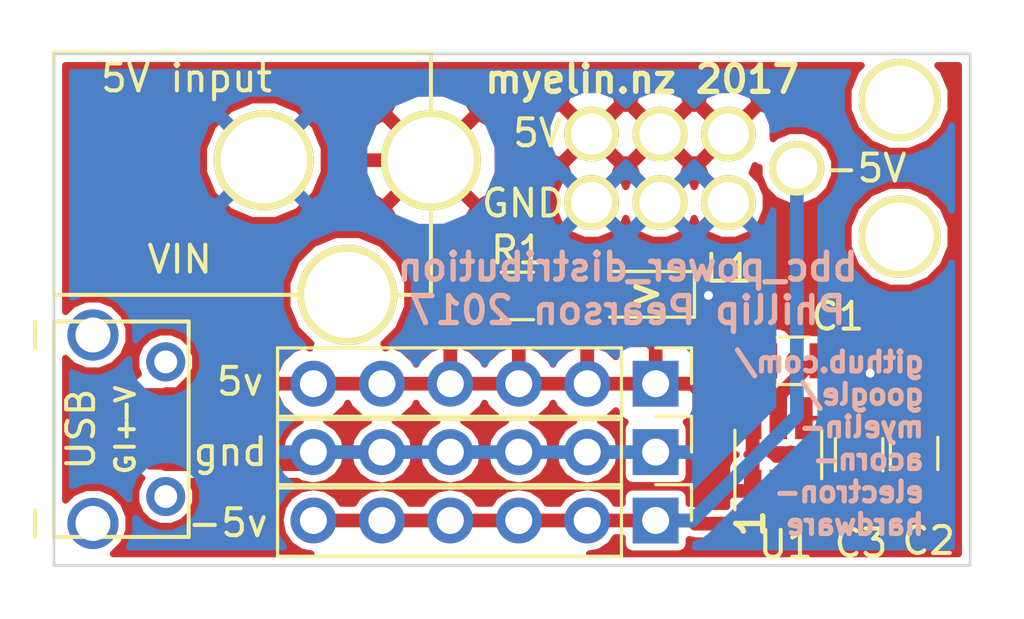
<source format=kicad_pcb>
(kicad_pcb (version 4) (host pcbnew 4.0.6)

  (general
    (links 39)
    (no_connects 0)
    (area 115.949999 85.949999 150.050001 105.050001)
    (thickness 1.6)
    (drawings 9)
    (tracks 45)
    (zones 0)
    (modules 20)
    (nets 7)
  )

  (page A4)
  (layers
    (0 F.Cu signal)
    (31 B.Cu signal)
    (32 B.Adhes user)
    (33 F.Adhes user)
    (34 B.Paste user)
    (35 F.Paste user)
    (36 B.SilkS user)
    (37 F.SilkS user)
    (38 B.Mask user)
    (39 F.Mask user)
    (40 Dwgs.User user)
    (41 Cmts.User user)
    (42 Eco1.User user)
    (43 Eco2.User user)
    (44 Edge.Cuts user)
    (45 Margin user)
    (46 B.CrtYd user)
    (47 F.CrtYd user)
    (48 B.Fab user)
    (49 F.Fab user)
  )

  (setup
    (last_trace_width 0.508)
    (user_trace_width 0.254)
    (user_trace_width 0.508)
    (user_trace_width 0.762)
    (user_trace_width 1.016)
    (user_trace_width 1.27)
    (trace_clearance 0.1778)
    (zone_clearance 0.508)
    (zone_45_only no)
    (trace_min 0.1778)
    (segment_width 0.2)
    (edge_width 0.1)
    (via_size 0.8128)
    (via_drill 0.3302)
    (via_min_size 0.8128)
    (via_min_drill 0.3302)
    (user_via 0.8128 0.3302)
    (user_via 1.016 0.635)
    (uvia_size 0.8128)
    (uvia_drill 0.3302)
    (uvias_allowed no)
    (uvia_min_size 0.8128)
    (uvia_min_drill 0.3302)
    (pcb_text_width 0.2)
    (pcb_text_size 1 1)
    (mod_edge_width 0.15)
    (mod_text_size 1 1)
    (mod_text_width 0.15)
    (pad_size 2.032 2.032)
    (pad_drill 1.016)
    (pad_to_mask_clearance 0)
    (aux_axis_origin 0 0)
    (visible_elements FFFFFFFF)
    (pcbplotparams
      (layerselection 0x010fc_80000001)
      (usegerberextensions true)
      (excludeedgelayer true)
      (linewidth 0.100000)
      (plotframeref false)
      (viasonmask false)
      (mode 1)
      (useauxorigin false)
      (hpglpennumber 1)
      (hpglpenspeed 20)
      (hpglpendiameter 15)
      (hpglpenoverlay 2)
      (psnegative false)
      (psa4output false)
      (plotreference true)
      (plotvalue true)
      (plotinvisibletext false)
      (padsonsilk false)
      (subtractmaskfromsilk false)
      (outputformat 1)
      (mirror false)
      (drillshape 0)
      (scaleselection 1)
      (outputdirectory gerbers/))
  )

  (net 0 "")
  (net 1 5V)
  (net 2 GND)
  (net 3 -5V)
  (net 4 Cfly_plus)
  (net 5 Cfly_minus)
  (net 6 power_led_anode)

  (net_class Default "This is the default net class."
    (clearance 0.1778)
    (trace_width 0.1778)
    (via_dia 0.8128)
    (via_drill 0.3302)
    (uvia_dia 0.8128)
    (uvia_drill 0.3302)
    (add_net -5V)
    (add_net 5V)
    (add_net Cfly_minus)
    (add_net Cfly_plus)
    (add_net GND)
    (add_net power_led_anode)
  )

  (module Resistors_SMD:R_0805_HandSoldering (layer F.Cu) (tedit 58E0A804) (tstamp 5A04DCDB)
    (at 143.44 97.4)
    (descr "Resistor SMD 0805, hand soldering")
    (tags "resistor 0805")
    (attr smd)
    (fp_text reference C1 (at 1.65 -1.65) (layer F.SilkS)
      (effects (font (size 1 1) (thickness 0.15)))
    )
    (fp_text value 10u (at 0 1.75) (layer F.Fab)
      (effects (font (size 1 1) (thickness 0.15)))
    )
    (fp_text user %R (at 0 0) (layer F.Fab)
      (effects (font (size 0.5 0.5) (thickness 0.075)))
    )
    (fp_line (start -1 0.62) (end -1 -0.62) (layer F.Fab) (width 0.1))
    (fp_line (start 1 0.62) (end -1 0.62) (layer F.Fab) (width 0.1))
    (fp_line (start 1 -0.62) (end 1 0.62) (layer F.Fab) (width 0.1))
    (fp_line (start -1 -0.62) (end 1 -0.62) (layer F.Fab) (width 0.1))
    (fp_line (start 0.6 0.88) (end -0.6 0.88) (layer F.SilkS) (width 0.12))
    (fp_line (start -0.6 -0.88) (end 0.6 -0.88) (layer F.SilkS) (width 0.12))
    (fp_line (start -2.35 -0.9) (end 2.35 -0.9) (layer F.CrtYd) (width 0.05))
    (fp_line (start -2.35 -0.9) (end -2.35 0.9) (layer F.CrtYd) (width 0.05))
    (fp_line (start 2.35 0.9) (end 2.35 -0.9) (layer F.CrtYd) (width 0.05))
    (fp_line (start 2.35 0.9) (end -2.35 0.9) (layer F.CrtYd) (width 0.05))
    (pad 1 smd rect (at -1.35 0) (size 1.5 1.3) (layers F.Cu F.Paste F.Mask)
      (net 1 5V))
    (pad 2 smd rect (at 1.35 0) (size 1.5 1.3) (layers F.Cu F.Paste F.Mask)
      (net 2 GND))
    (model ${KISYS3DMOD}/Resistors_SMD.3dshapes/R_0805.wrl
      (at (xyz 0 0 0))
      (scale (xyz 1 1 1))
      (rotate (xyz 0 0 0))
    )
  )

  (module Resistors_SMD:R_0805_HandSoldering (layer F.Cu) (tedit 58E0A804) (tstamp 5A04DCEC)
    (at 147.92 100.84 90)
    (descr "Resistor SMD 0805, hand soldering")
    (tags "resistor 0805")
    (attr smd)
    (fp_text reference C2 (at -3.24 0.54 180) (layer F.SilkS)
      (effects (font (size 1 1) (thickness 0.15)))
    )
    (fp_text value 10u (at 0 1.75 90) (layer F.Fab)
      (effects (font (size 1 1) (thickness 0.15)))
    )
    (fp_text user %R (at 0 0 90) (layer F.Fab)
      (effects (font (size 0.5 0.5) (thickness 0.075)))
    )
    (fp_line (start -1 0.62) (end -1 -0.62) (layer F.Fab) (width 0.1))
    (fp_line (start 1 0.62) (end -1 0.62) (layer F.Fab) (width 0.1))
    (fp_line (start 1 -0.62) (end 1 0.62) (layer F.Fab) (width 0.1))
    (fp_line (start -1 -0.62) (end 1 -0.62) (layer F.Fab) (width 0.1))
    (fp_line (start 0.6 0.88) (end -0.6 0.88) (layer F.SilkS) (width 0.12))
    (fp_line (start -0.6 -0.88) (end 0.6 -0.88) (layer F.SilkS) (width 0.12))
    (fp_line (start -2.35 -0.9) (end 2.35 -0.9) (layer F.CrtYd) (width 0.05))
    (fp_line (start -2.35 -0.9) (end -2.35 0.9) (layer F.CrtYd) (width 0.05))
    (fp_line (start 2.35 0.9) (end 2.35 -0.9) (layer F.CrtYd) (width 0.05))
    (fp_line (start 2.35 0.9) (end -2.35 0.9) (layer F.CrtYd) (width 0.05))
    (pad 1 smd rect (at -1.35 0 90) (size 1.5 1.3) (layers F.Cu F.Paste F.Mask)
      (net 3 -5V))
    (pad 2 smd rect (at 1.35 0 90) (size 1.5 1.3) (layers F.Cu F.Paste F.Mask)
      (net 2 GND))
    (model ${KISYS3DMOD}/Resistors_SMD.3dshapes/R_0805.wrl
      (at (xyz 0 0 0))
      (scale (xyz 1 1 1))
      (rotate (xyz 0 0 0))
    )
  )

  (module Resistors_SMD:R_0805_HandSoldering (layer F.Cu) (tedit 58E0A804) (tstamp 5A04DCFD)
    (at 145.88 100.89 90)
    (descr "Resistor SMD 0805, hand soldering")
    (tags "resistor 0805")
    (attr smd)
    (fp_text reference C3 (at -3.28 0.07 180) (layer F.SilkS)
      (effects (font (size 1 1) (thickness 0.15)))
    )
    (fp_text value 1u (at 0 1.75 90) (layer F.Fab)
      (effects (font (size 1 1) (thickness 0.15)))
    )
    (fp_text user %R (at 0 0 90) (layer F.Fab)
      (effects (font (size 0.5 0.5) (thickness 0.075)))
    )
    (fp_line (start -1 0.62) (end -1 -0.62) (layer F.Fab) (width 0.1))
    (fp_line (start 1 0.62) (end -1 0.62) (layer F.Fab) (width 0.1))
    (fp_line (start 1 -0.62) (end 1 0.62) (layer F.Fab) (width 0.1))
    (fp_line (start -1 -0.62) (end 1 -0.62) (layer F.Fab) (width 0.1))
    (fp_line (start 0.6 0.88) (end -0.6 0.88) (layer F.SilkS) (width 0.12))
    (fp_line (start -0.6 -0.88) (end 0.6 -0.88) (layer F.SilkS) (width 0.12))
    (fp_line (start -2.35 -0.9) (end 2.35 -0.9) (layer F.CrtYd) (width 0.05))
    (fp_line (start -2.35 -0.9) (end -2.35 0.9) (layer F.CrtYd) (width 0.05))
    (fp_line (start 2.35 0.9) (end 2.35 -0.9) (layer F.CrtYd) (width 0.05))
    (fp_line (start 2.35 0.9) (end -2.35 0.9) (layer F.CrtYd) (width 0.05))
    (pad 1 smd rect (at -1.35 0 90) (size 1.5 1.3) (layers F.Cu F.Paste F.Mask)
      (net 4 Cfly_plus))
    (pad 2 smd rect (at 1.35 0 90) (size 1.5 1.3) (layers F.Cu F.Paste F.Mask)
      (net 5 Cfly_minus))
    (model ${KISYS3DMOD}/Resistors_SMD.3dshapes/R_0805.wrl
      (at (xyz 0 0 0))
      (scale (xyz 1 1 1))
      (rotate (xyz 0 0 0))
    )
  )

  (module Diodes_SMD:D_SOD-323_HandSoldering (layer F.Cu) (tedit 58641869) (tstamp 5A04DD15)
    (at 137.87 94.93 180)
    (descr SOD-323)
    (tags SOD-323)
    (attr smd)
    (fp_text reference L1 (at -3.17 0.96 180) (layer F.SilkS)
      (effects (font (size 1 1) (thickness 0.15)))
    )
    (fp_text value led (at 0.1 1.9 180) (layer F.Fab)
      (effects (font (size 1 1) (thickness 0.15)))
    )
    (fp_text user %R (at 0 -1.85 180) (layer F.Fab)
      (effects (font (size 1 1) (thickness 0.15)))
    )
    (fp_line (start -1.9 -0.85) (end -1.9 0.85) (layer F.SilkS) (width 0.12))
    (fp_line (start 0.2 0) (end 0.45 0) (layer F.Fab) (width 0.1))
    (fp_line (start 0.2 0.35) (end -0.3 0) (layer F.Fab) (width 0.1))
    (fp_line (start 0.2 -0.35) (end 0.2 0.35) (layer F.Fab) (width 0.1))
    (fp_line (start -0.3 0) (end 0.2 -0.35) (layer F.Fab) (width 0.1))
    (fp_line (start -0.3 0) (end -0.5 0) (layer F.Fab) (width 0.1))
    (fp_line (start -0.3 -0.35) (end -0.3 0.35) (layer F.Fab) (width 0.1))
    (fp_line (start -0.9 0.7) (end -0.9 -0.7) (layer F.Fab) (width 0.1))
    (fp_line (start 0.9 0.7) (end -0.9 0.7) (layer F.Fab) (width 0.1))
    (fp_line (start 0.9 -0.7) (end 0.9 0.7) (layer F.Fab) (width 0.1))
    (fp_line (start -0.9 -0.7) (end 0.9 -0.7) (layer F.Fab) (width 0.1))
    (fp_line (start -2 -0.95) (end 2 -0.95) (layer F.CrtYd) (width 0.05))
    (fp_line (start 2 -0.95) (end 2 0.95) (layer F.CrtYd) (width 0.05))
    (fp_line (start -2 0.95) (end 2 0.95) (layer F.CrtYd) (width 0.05))
    (fp_line (start -2 -0.95) (end -2 0.95) (layer F.CrtYd) (width 0.05))
    (fp_line (start -1.9 0.85) (end 1.25 0.85) (layer F.SilkS) (width 0.12))
    (fp_line (start -1.9 -0.85) (end 1.25 -0.85) (layer F.SilkS) (width 0.12))
    (pad 1 smd rect (at -1.25 0 180) (size 1 1) (layers F.Cu F.Paste F.Mask)
      (net 2 GND))
    (pad 2 smd rect (at 1.25 0 180) (size 1 1) (layers F.Cu F.Paste F.Mask)
      (net 6 power_led_anode))
    (model ${KISYS3DMOD}/Diodes_SMD.3dshapes/D_SOD-323.wrl
      (at (xyz 0 0 0))
      (scale (xyz 1 1 1))
      (rotate (xyz 0 0 0))
    )
  )

  (module Resistors_SMD:R_0805_HandSoldering (layer F.Cu) (tedit 58E0A804) (tstamp 5A04DD26)
    (at 133.2 94.99)
    (descr "Resistor SMD 0805, hand soldering")
    (tags "resistor 0805")
    (attr smd)
    (fp_text reference R1 (at 0 -1.7) (layer F.SilkS)
      (effects (font (size 1 1) (thickness 0.15)))
    )
    (fp_text value 330R (at 0 1.75) (layer F.Fab)
      (effects (font (size 1 1) (thickness 0.15)))
    )
    (fp_text user %R (at 0 0) (layer F.Fab)
      (effects (font (size 0.5 0.5) (thickness 0.075)))
    )
    (fp_line (start -1 0.62) (end -1 -0.62) (layer F.Fab) (width 0.1))
    (fp_line (start 1 0.62) (end -1 0.62) (layer F.Fab) (width 0.1))
    (fp_line (start 1 -0.62) (end 1 0.62) (layer F.Fab) (width 0.1))
    (fp_line (start -1 -0.62) (end 1 -0.62) (layer F.Fab) (width 0.1))
    (fp_line (start 0.6 0.88) (end -0.6 0.88) (layer F.SilkS) (width 0.12))
    (fp_line (start -0.6 -0.88) (end 0.6 -0.88) (layer F.SilkS) (width 0.12))
    (fp_line (start -2.35 -0.9) (end 2.35 -0.9) (layer F.CrtYd) (width 0.05))
    (fp_line (start -2.35 -0.9) (end -2.35 0.9) (layer F.CrtYd) (width 0.05))
    (fp_line (start 2.35 0.9) (end 2.35 -0.9) (layer F.CrtYd) (width 0.05))
    (fp_line (start 2.35 0.9) (end -2.35 0.9) (layer F.CrtYd) (width 0.05))
    (pad 1 smd rect (at -1.35 0) (size 1.5 1.3) (layers F.Cu F.Paste F.Mask)
      (net 1 5V))
    (pad 2 smd rect (at 1.35 0) (size 1.5 1.3) (layers F.Cu F.Paste F.Mask)
      (net 6 power_led_anode))
    (model ${KISYS3DMOD}/Resistors_SMD.3dshapes/R_0805.wrl
      (at (xyz 0 0 0))
      (scale (xyz 1 1 1))
      (rotate (xyz 0 0 0))
    )
  )

  (module TO_SOT_Packages_SMD:SOT-23-6_Handsoldering (layer F.Cu) (tedit 58CE4E7E) (tstamp 5A04DD3C)
    (at 142.88 100.88 90)
    (descr "6-pin SOT-23 package, Handsoldering")
    (tags "SOT-23-6 Handsoldering")
    (attr smd)
    (fp_text reference U1 (at -3.34 0.28 180) (layer F.SilkS)
      (effects (font (size 1 1) (thickness 0.15)))
    )
    (fp_text value "Charge pump" (at 0 2.9 90) (layer F.Fab)
      (effects (font (size 1 1) (thickness 0.15)))
    )
    (fp_text user %R (at 0 0 180) (layer F.Fab)
      (effects (font (size 0.5 0.5) (thickness 0.075)))
    )
    (fp_line (start -0.9 1.61) (end 0.9 1.61) (layer F.SilkS) (width 0.12))
    (fp_line (start 0.9 -1.61) (end -2.05 -1.61) (layer F.SilkS) (width 0.12))
    (fp_line (start -2.4 1.8) (end -2.4 -1.8) (layer F.CrtYd) (width 0.05))
    (fp_line (start 2.4 1.8) (end -2.4 1.8) (layer F.CrtYd) (width 0.05))
    (fp_line (start 2.4 -1.8) (end 2.4 1.8) (layer F.CrtYd) (width 0.05))
    (fp_line (start -2.4 -1.8) (end 2.4 -1.8) (layer F.CrtYd) (width 0.05))
    (fp_line (start -0.9 -0.9) (end -0.25 -1.55) (layer F.Fab) (width 0.1))
    (fp_line (start 0.9 -1.55) (end -0.25 -1.55) (layer F.Fab) (width 0.1))
    (fp_line (start -0.9 -0.9) (end -0.9 1.55) (layer F.Fab) (width 0.1))
    (fp_line (start 0.9 1.55) (end -0.9 1.55) (layer F.Fab) (width 0.1))
    (fp_line (start 0.9 -1.55) (end 0.9 1.55) (layer F.Fab) (width 0.1))
    (pad 1 smd rect (at -1.35 -0.95 90) (size 1.56 0.65) (layers F.Cu F.Paste F.Mask)
      (net 1 5V))
    (pad 2 smd rect (at -1.35 0 90) (size 1.56 0.65) (layers F.Cu F.Paste F.Mask)
      (net 3 -5V))
    (pad 3 smd rect (at -1.35 0.95 90) (size 1.56 0.65) (layers F.Cu F.Paste F.Mask)
      (net 4 Cfly_plus))
    (pad 4 smd rect (at 1.35 0.95 90) (size 1.56 0.65) (layers F.Cu F.Paste F.Mask)
      (net 5 Cfly_minus))
    (pad 6 smd rect (at 1.35 -0.95 90) (size 1.56 0.65) (layers F.Cu F.Paste F.Mask)
      (net 1 5V))
    (pad 5 smd rect (at 1.35 0 90) (size 1.56 0.65) (layers F.Cu F.Paste F.Mask)
      (net 2 GND))
    (model ${KISYS3DMOD}/TO_SOT_Packages_SMD.3dshapes/SOT-23-6.wrl
      (at (xyz 0 0 0))
      (scale (xyz 1 1 1))
      (rotate (xyz 0 0 0))
    )
  )

  (module myelin-kicad:micro_usb_b_smd_molex (layer F.Cu) (tedit 5A0AA553) (tstamp 5A04DD54)
    (at 118 99.94 270)
    (descr "Molex SD-105017-001 bottom mount micro USB socket")
    (fp_text reference USB (at 0 1 270) (layer F.SilkS)
      (effects (font (size 1 1) (thickness 0.15)))
    )
    (fp_text value usb (at 7.64 -0.44 270) (layer F.SilkS) hide
      (effects (font (size 1 1) (thickness 0.15)))
    )
    (fp_line (start -4 -3) (end 4 -3) (layer F.SilkS) (width 0.15))
    (fp_line (start -4 -3) (end -4 2) (layer F.SilkS) (width 0.15))
    (fp_line (start -4 2) (end 4 2) (layer F.SilkS) (width 0.15))
    (fp_line (start 4 -3) (end 4 2) (layer F.SilkS) (width 0.15))
    (fp_line (start -4 2.7) (end -3 2.7) (layer F.SilkS) (width 0.15))
    (fp_line (start 3 2.7) (end 4 2.7) (layer F.SilkS) (width 0.15))
    (fp_text user V (at -1.3 -0.65 270) (layer F.SilkS)
      (effects (font (size 0.7 0.7) (thickness 0.15)))
    )
    (fp_text user - (at -0.65 -0.65 270) (layer F.SilkS)
      (effects (font (size 0.7 0.7) (thickness 0.15)))
    )
    (fp_text user + (at 0 -0.65 270) (layer F.SilkS)
      (effects (font (size 0.7 0.7) (thickness 0.15)))
    )
    (fp_text user I (at 0.65 -0.65 270) (layer F.SilkS)
      (effects (font (size 0.7 0.7) (thickness 0.15)))
    )
    (fp_text user G (at 1.3 -0.65 270) (layer F.SilkS)
      (effects (font (size 0.7 0.7) (thickness 0.15)))
    )
    (pad 1 smd rect (at -1.3 -2.15 270) (size 0.4 1.35) (layers F.Cu F.Paste F.Mask)
      (net 1 5V))
    (pad 2 smd rect (at -0.65 -2.15 270) (size 0.4 1.35) (layers F.Cu F.Paste F.Mask))
    (pad 3 smd rect (at 0 -2.15 270) (size 0.4 1.35) (layers F.Cu F.Paste F.Mask))
    (pad 4 smd rect (at 0.65 -2.15 270) (size 0.4 1.35) (layers F.Cu F.Paste F.Mask))
    (pad 5 smd rect (at 1.3 -2.15 270) (size 0.4 1.35) (layers F.Cu F.Paste F.Mask)
      (net 2 GND))
    (pad P0 thru_hole circle (at -2.5 -2.15 270) (size 1.45 1.45) (drill 0.85) (layers *.Cu *.Mask))
    (pad P1 thru_hole circle (at 2.5 -2.15 270) (size 1.45 1.45) (drill 0.85) (layers *.Cu *.Mask))
    (pad M0 thru_hole circle (at -3.5 0.55 270) (size 1.9 1.9) (drill 1.3) (layers *.Cu *.Mask))
    (pad M1 thru_hole circle (at 3.5 0.55 270) (size 1.9 1.9) (drill 1.3) (layers *.Cu *.Mask))
  )

  (module myelin-kicad:dc10a_barrel_jack (layer F.Cu) (tedit 5732D9FB) (tstamp 5A04DDA5)
    (at 126.89 89.95 180)
    (fp_text reference VIN (at 6.223 -3.683 360) (layer F.SilkS)
      (effects (font (size 1 1) (thickness 0.15)))
    )
    (fp_text value "5V input" (at 5.969 3.048 180) (layer F.SilkS)
      (effects (font (size 1 1) (thickness 0.15)))
    )
    (fp_line (start -3.1 -5) (end -3.1 4) (layer F.SilkS) (width 0.15))
    (fp_line (start -3.1 4) (end 10.9 4) (layer F.SilkS) (width 0.15))
    (fp_line (start 10.9 4) (end 10.9 -5) (layer F.SilkS) (width 0.15))
    (fp_line (start 10.9 -5) (end -3.1 -5) (layer F.SilkS) (width 0.15))
    (pad TIP thru_hole circle (at -3.1 0 180) (size 3.7084 3.7084) (drill 3.2) (layers *.Cu *.Mask F.SilkS)
      (net 1 5V))
    (pad SENS thru_hole circle (at 0 -5 180) (size 3.7084 3.7084) (drill 3.2) (layers *.Cu *.Mask F.SilkS))
    (pad RING thru_hole circle (at 3.1 0 180) (size 3.7084 3.7084) (drill 3.2) (layers *.Cu *.Mask F.SilkS)
      (net 2 GND))
  )

  (module myelin-kicad:pin_100_120mil (layer F.Cu) (tedit 5A0A4B2D) (tstamp 5A0A4A48)
    (at 147.38 87.71)
    (fp_text reference M1 (at 6.17 -1.25) (layer F.SilkS) hide
      (effects (font (size 1 1) (thickness 0.15)))
    )
    (fp_text value hole (at 5.93 0.76) (layer F.SilkS) hide
      (effects (font (size 1 1) (thickness 0.15)))
    )
    (pad 1 thru_hole circle (at 0 0) (size 3.048 3.048) (drill 2.54) (layers *.Cu *.Mask F.SilkS))
  )

  (module myelin-kicad:pin_100_120mil (layer F.Cu) (tedit 5A0A4B30) (tstamp 5A0A4A4D)
    (at 147.38 92.79)
    (fp_text reference M2 (at 5.72 -2.71) (layer F.SilkS) hide
      (effects (font (size 1 1) (thickness 0.15)))
    )
    (fp_text value hole (at 6.46 1.12) (layer F.SilkS) hide
      (effects (font (size 1 1) (thickness 0.15)))
    )
    (pad 1 thru_hole circle (at 0 0) (size 3.048 3.048) (drill 2.54) (layers *.Cu *.Mask F.SilkS))
  )

  (module myelin-kicad:pin_60mil (layer F.Cu) (tedit 553971BB) (tstamp 5A0A4A52)
    (at 137.22 88.98)
    (fp_text reference P1 (at 0 -2.54) (layer F.SilkS) hide
      (effects (font (size 1 1) (thickness 0.15)))
    )
    (fp_text value 5V (at -3.27 -0.04) (layer F.SilkS)
      (effects (font (size 1 1) (thickness 0.15)))
    )
    (pad 1 thru_hole circle (at -1.27 0) (size 2.032 2.032) (drill 1.524) (layers *.Cu *.Mask F.SilkS)
      (net 1 5V))
  )

  (module myelin-kicad:pin_60mil (layer F.Cu) (tedit 5A0AA502) (tstamp 5A0A4A57)
    (at 139.76 88.98)
    (fp_text reference P2 (at 0 -2.54) (layer F.SilkS) hide
      (effects (font (size 1 1) (thickness 0.15)))
    )
    (fp_text value 5V (at -1.27 -1.905) (layer F.SilkS) hide
      (effects (font (size 1 1) (thickness 0.15)))
    )
    (pad 1 thru_hole circle (at -1.27 0) (size 2.032 2.032) (drill 1.524) (layers *.Cu *.Mask F.SilkS)
      (net 1 5V))
  )

  (module myelin-kicad:pin_60mil (layer F.Cu) (tedit 5A0AA505) (tstamp 5A0A4A5C)
    (at 142.3 88.98)
    (fp_text reference P3 (at 0 -2.54) (layer F.SilkS) hide
      (effects (font (size 1 1) (thickness 0.15)))
    )
    (fp_text value 5V (at -1.27 -1.905) (layer F.SilkS) hide
      (effects (font (size 1 1) (thickness 0.15)))
    )
    (pad 1 thru_hole circle (at -1.27 0) (size 2.032 2.032) (drill 1.524) (layers *.Cu *.Mask F.SilkS)
      (net 1 5V))
  )

  (module myelin-kicad:pin_60mil (layer F.Cu) (tedit 553971BB) (tstamp 5A0A4A61)
    (at 137.22 91.52)
    (fp_text reference P4 (at 0 -2.54) (layer F.SilkS) hide
      (effects (font (size 1 1) (thickness 0.15)))
    )
    (fp_text value GND (at -3.81 0.03) (layer F.SilkS)
      (effects (font (size 1 1) (thickness 0.15)))
    )
    (pad 1 thru_hole circle (at -1.27 0) (size 2.032 2.032) (drill 1.524) (layers *.Cu *.Mask F.SilkS)
      (net 2 GND))
  )

  (module myelin-kicad:pin_60mil (layer F.Cu) (tedit 5A0AA50A) (tstamp 5A0A4A66)
    (at 139.76 91.52)
    (fp_text reference P5 (at 0 -2.54) (layer F.SilkS) hide
      (effects (font (size 1 1) (thickness 0.15)))
    )
    (fp_text value GND (at -1.26 1.85) (layer F.SilkS) hide
      (effects (font (size 1 1) (thickness 0.15)))
    )
    (pad 1 thru_hole circle (at -1.27 0) (size 2.032 2.032) (drill 1.524) (layers *.Cu *.Mask F.SilkS)
      (net 2 GND))
  )

  (module myelin-kicad:pin_60mil (layer F.Cu) (tedit 5A0AA50E) (tstamp 5A0A4A6B)
    (at 142.3 91.52)
    (fp_text reference P6 (at 0 -2.54) (layer F.SilkS) hide
      (effects (font (size 1 1) (thickness 0.15)))
    )
    (fp_text value GND (at -0.57 1.72) (layer F.SilkS) hide
      (effects (font (size 1 1) (thickness 0.15)))
    )
    (pad 1 thru_hole circle (at -1.27 0) (size 2.032 2.032) (drill 1.524) (layers *.Cu *.Mask F.SilkS)
      (net 2 GND))
  )

  (module myelin-kicad:pin_60mil (layer F.Cu) (tedit 553971BB) (tstamp 5A0A4A70)
    (at 144.84 90.25)
    (fp_text reference P7 (at 0 -2.54) (layer F.SilkS) hide
      (effects (font (size 1 1) (thickness 0.15)))
    )
    (fp_text value -5V (at 1.27 0) (layer F.SilkS)
      (effects (font (size 1 1) (thickness 0.15)))
    )
    (pad 1 thru_hole circle (at -1.27 0) (size 2.032 2.032) (drill 1.524) (layers *.Cu *.Mask F.SilkS)
      (net 3 -5V))
  )

  (module Pin_Headers:Pin_Header_Straight_1x06_Pitch2.54mm (layer F.Cu) (tedit 5A0AA52F) (tstamp 5A0A4CC9)
    (at 138.33 98.25 270)
    (descr "Through hole straight pin header, 1x06, 2.54mm pitch, single row")
    (tags "Through hole pin header THT 1x06 2.54mm single row")
    (fp_text reference EXT5V (at 10.86 -0.11 270) (layer F.SilkS) hide
      (effects (font (size 1 1) (thickness 0.15)))
    )
    (fp_text value 5v (at -0.08 15.42 360) (layer F.SilkS)
      (effects (font (size 1 1) (thickness 0.15)))
    )
    (fp_line (start -0.635 -1.27) (end 1.27 -1.27) (layer F.Fab) (width 0.1))
    (fp_line (start 1.27 -1.27) (end 1.27 13.97) (layer F.Fab) (width 0.1))
    (fp_line (start 1.27 13.97) (end -1.27 13.97) (layer F.Fab) (width 0.1))
    (fp_line (start -1.27 13.97) (end -1.27 -0.635) (layer F.Fab) (width 0.1))
    (fp_line (start -1.27 -0.635) (end -0.635 -1.27) (layer F.Fab) (width 0.1))
    (fp_line (start -1.33 14.03) (end 1.33 14.03) (layer F.SilkS) (width 0.12))
    (fp_line (start -1.33 1.27) (end -1.33 14.03) (layer F.SilkS) (width 0.12))
    (fp_line (start 1.33 1.27) (end 1.33 14.03) (layer F.SilkS) (width 0.12))
    (fp_line (start -1.33 1.27) (end 1.33 1.27) (layer F.SilkS) (width 0.12))
    (fp_line (start -1.33 0) (end -1.33 -1.33) (layer F.SilkS) (width 0.12))
    (fp_line (start -1.33 -1.33) (end 0 -1.33) (layer F.SilkS) (width 0.12))
    (fp_line (start -1.8 -1.8) (end -1.8 14.5) (layer F.CrtYd) (width 0.05))
    (fp_line (start -1.8 14.5) (end 1.8 14.5) (layer F.CrtYd) (width 0.05))
    (fp_line (start 1.8 14.5) (end 1.8 -1.8) (layer F.CrtYd) (width 0.05))
    (fp_line (start 1.8 -1.8) (end -1.8 -1.8) (layer F.CrtYd) (width 0.05))
    (fp_text user %R (at 0 6.35 360) (layer F.Fab)
      (effects (font (size 1 1) (thickness 0.15)))
    )
    (pad 1 thru_hole rect (at 0 0 270) (size 1.7 1.7) (drill 1) (layers *.Cu *.Mask)
      (net 1 5V))
    (pad 2 thru_hole oval (at 0 2.54 270) (size 1.7 1.7) (drill 1) (layers *.Cu *.Mask)
      (net 1 5V))
    (pad 3 thru_hole oval (at 0 5.08 270) (size 1.7 1.7) (drill 1) (layers *.Cu *.Mask)
      (net 1 5V))
    (pad 4 thru_hole oval (at 0 7.62 270) (size 1.7 1.7) (drill 1) (layers *.Cu *.Mask)
      (net 1 5V))
    (pad 5 thru_hole oval (at 0 10.16 270) (size 1.7 1.7) (drill 1) (layers *.Cu *.Mask)
      (net 1 5V))
    (pad 6 thru_hole oval (at 0 12.7 270) (size 1.7 1.7) (drill 1) (layers *.Cu *.Mask)
      (net 1 5V))
    (model ${KISYS3DMOD}/Pin_Headers.3dshapes/Pin_Header_Straight_1x06_Pitch2.54mm.wrl
      (at (xyz 0 0 0))
      (scale (xyz 1 1 1))
      (rotate (xyz 0 0 0))
    )
  )

  (module Pin_Headers:Pin_Header_Straight_1x06_Pitch2.54mm (layer F.Cu) (tedit 5A0AA536) (tstamp 5A0A4D48)
    (at 138.33 103.33 270)
    (descr "Through hole straight pin header, 1x06, 2.54mm pitch, single row")
    (tags "Through hole pin header THT 1x06 2.54mm single row")
    (fp_text reference EXT-5V (at 6.07 3.57 270) (layer F.SilkS) hide
      (effects (font (size 1 1) (thickness 0.15)))
    )
    (fp_text value -5v (at 0.09 15.88 360) (layer F.SilkS)
      (effects (font (size 1 1) (thickness 0.15)))
    )
    (fp_line (start -0.635 -1.27) (end 1.27 -1.27) (layer F.Fab) (width 0.1))
    (fp_line (start 1.27 -1.27) (end 1.27 13.97) (layer F.Fab) (width 0.1))
    (fp_line (start 1.27 13.97) (end -1.27 13.97) (layer F.Fab) (width 0.1))
    (fp_line (start -1.27 13.97) (end -1.27 -0.635) (layer F.Fab) (width 0.1))
    (fp_line (start -1.27 -0.635) (end -0.635 -1.27) (layer F.Fab) (width 0.1))
    (fp_line (start -1.33 14.03) (end 1.33 14.03) (layer F.SilkS) (width 0.12))
    (fp_line (start -1.33 1.27) (end -1.33 14.03) (layer F.SilkS) (width 0.12))
    (fp_line (start 1.33 1.27) (end 1.33 14.03) (layer F.SilkS) (width 0.12))
    (fp_line (start -1.33 1.27) (end 1.33 1.27) (layer F.SilkS) (width 0.12))
    (fp_line (start -1.33 0) (end -1.33 -1.33) (layer F.SilkS) (width 0.12))
    (fp_line (start -1.33 -1.33) (end 0 -1.33) (layer F.SilkS) (width 0.12))
    (fp_line (start -1.8 -1.8) (end -1.8 14.5) (layer F.CrtYd) (width 0.05))
    (fp_line (start -1.8 14.5) (end 1.8 14.5) (layer F.CrtYd) (width 0.05))
    (fp_line (start 1.8 14.5) (end 1.8 -1.8) (layer F.CrtYd) (width 0.05))
    (fp_line (start 1.8 -1.8) (end -1.8 -1.8) (layer F.CrtYd) (width 0.05))
    (fp_text user %R (at 0 6.35 360) (layer F.Fab)
      (effects (font (size 1 1) (thickness 0.15)))
    )
    (pad 1 thru_hole rect (at 0 0 270) (size 1.7 1.7) (drill 1) (layers *.Cu *.Mask)
      (net 3 -5V))
    (pad 2 thru_hole oval (at 0 2.54 270) (size 1.7 1.7) (drill 1) (layers *.Cu *.Mask)
      (net 3 -5V))
    (pad 3 thru_hole oval (at 0 5.08 270) (size 1.7 1.7) (drill 1) (layers *.Cu *.Mask)
      (net 3 -5V))
    (pad 4 thru_hole oval (at 0 7.62 270) (size 1.7 1.7) (drill 1) (layers *.Cu *.Mask)
      (net 3 -5V))
    (pad 5 thru_hole oval (at 0 10.16 270) (size 1.7 1.7) (drill 1) (layers *.Cu *.Mask)
      (net 3 -5V))
    (pad 6 thru_hole oval (at 0 12.7 270) (size 1.7 1.7) (drill 1) (layers *.Cu *.Mask)
      (net 3 -5V))
    (model ${KISYS3DMOD}/Pin_Headers.3dshapes/Pin_Header_Straight_1x06_Pitch2.54mm.wrl
      (at (xyz 0 0 0))
      (scale (xyz 1 1 1))
      (rotate (xyz 0 0 0))
    )
  )

  (module Pin_Headers:Pin_Header_Straight_1x06_Pitch2.54mm (layer F.Cu) (tedit 5A0AA53C) (tstamp 5A0A4D62)
    (at 138.33 100.79 270)
    (descr "Through hole straight pin header, 1x06, 2.54mm pitch, single row")
    (tags "Through hole pin header THT 1x06 2.54mm single row")
    (fp_text reference EXTGND (at 8.58 1.75 270) (layer F.SilkS) hide
      (effects (font (size 1 1) (thickness 0.15)))
    )
    (fp_text value gnd (at -0.01 15.78 360) (layer F.SilkS)
      (effects (font (size 1 1) (thickness 0.15)))
    )
    (fp_line (start -0.635 -1.27) (end 1.27 -1.27) (layer F.Fab) (width 0.1))
    (fp_line (start 1.27 -1.27) (end 1.27 13.97) (layer F.Fab) (width 0.1))
    (fp_line (start 1.27 13.97) (end -1.27 13.97) (layer F.Fab) (width 0.1))
    (fp_line (start -1.27 13.97) (end -1.27 -0.635) (layer F.Fab) (width 0.1))
    (fp_line (start -1.27 -0.635) (end -0.635 -1.27) (layer F.Fab) (width 0.1))
    (fp_line (start -1.33 14.03) (end 1.33 14.03) (layer F.SilkS) (width 0.12))
    (fp_line (start -1.33 1.27) (end -1.33 14.03) (layer F.SilkS) (width 0.12))
    (fp_line (start 1.33 1.27) (end 1.33 14.03) (layer F.SilkS) (width 0.12))
    (fp_line (start -1.33 1.27) (end 1.33 1.27) (layer F.SilkS) (width 0.12))
    (fp_line (start -1.33 0) (end -1.33 -1.33) (layer F.SilkS) (width 0.12))
    (fp_line (start -1.33 -1.33) (end 0 -1.33) (layer F.SilkS) (width 0.12))
    (fp_line (start -1.8 -1.8) (end -1.8 14.5) (layer F.CrtYd) (width 0.05))
    (fp_line (start -1.8 14.5) (end 1.8 14.5) (layer F.CrtYd) (width 0.05))
    (fp_line (start 1.8 14.5) (end 1.8 -1.8) (layer F.CrtYd) (width 0.05))
    (fp_line (start 1.8 -1.8) (end -1.8 -1.8) (layer F.CrtYd) (width 0.05))
    (fp_text user %R (at 0 6.35 360) (layer F.Fab)
      (effects (font (size 1 1) (thickness 0.15)))
    )
    (pad 1 thru_hole rect (at 0 0 270) (size 1.7 1.7) (drill 1) (layers *.Cu *.Mask)
      (net 2 GND))
    (pad 2 thru_hole oval (at 0 2.54 270) (size 1.7 1.7) (drill 1) (layers *.Cu *.Mask)
      (net 2 GND))
    (pad 3 thru_hole oval (at 0 5.08 270) (size 1.7 1.7) (drill 1) (layers *.Cu *.Mask)
      (net 2 GND))
    (pad 4 thru_hole oval (at 0 7.62 270) (size 1.7 1.7) (drill 1) (layers *.Cu *.Mask)
      (net 2 GND))
    (pad 5 thru_hole oval (at 0 10.16 270) (size 1.7 1.7) (drill 1) (layers *.Cu *.Mask)
      (net 2 GND))
    (pad 6 thru_hole oval (at 0 12.7 270) (size 1.7 1.7) (drill 1) (layers *.Cu *.Mask)
      (net 2 GND))
    (model ${KISYS3DMOD}/Pin_Headers.3dshapes/Pin_Header_Straight_1x06_Pitch2.54mm.wrl
      (at (xyz 0 0 0))
      (scale (xyz 1 1 1))
      (rotate (xyz 0 0 0))
    )
  )

  (gr_text "bbc_power_distribution\nPhillip Pearson 2017" (at 137.29 94.72) (layer B.SilkS)
    (effects (font (size 1 1) (thickness 0.2)) (justify mirror))
  )
  (gr_text "github.com/\ngoogle/\nmyelin-\nacorn-\nelectron-\nhardware" (at 148.38 100.46) (layer B.SilkS)
    (effects (font (size 0.75 0.75) (thickness 0.1875)) (justify left mirror))
  )
  (gr_text "myelin.nz 2017" (at 137.83 86.94) (layer F.SilkS)
    (effects (font (size 1 1) (thickness 0.2)))
  )
  (gr_text > (at 137.98 94.86) (layer F.SilkS)
    (effects (font (size 1 1) (thickness 0.2)))
  )
  (gr_text 1 (at 141.85 103.44 90) (layer F.SilkS)
    (effects (font (size 1 1) (thickness 0.2)))
  )
  (gr_line (start 116 105) (end 116 86) (layer Edge.Cuts) (width 0.1))
  (gr_line (start 150 105) (end 116 105) (layer Edge.Cuts) (width 0.1))
  (gr_line (start 150 86) (end 150 105) (layer Edge.Cuts) (width 0.1))
  (gr_line (start 116 86) (end 150 86) (layer Edge.Cuts) (width 0.1))

  (segment (start 138.33 98.25) (end 139.688 98.25) (width 0.508) (layer F.Cu) (net 1))
  (segment (start 139.688 98.25) (end 140.968 99.53) (width 0.508) (layer F.Cu) (net 1))
  (segment (start 140.968 99.53) (end 141.93 99.53) (width 0.508) (layer F.Cu) (net 1))
  (segment (start 120.15 98.64) (end 120.625 98.64) (width 0.508) (layer F.Cu) (net 1))
  (segment (start 120.625 98.64) (end 121.63 97.635) (width 0.508) (layer F.Cu) (net 1))
  (segment (start 121.63 97.635) (end 121.63 95.687766) (width 0.508) (layer F.Cu) (net 1))
  (segment (start 127.367766 89.95) (end 129.99 89.95) (width 0.508) (layer F.Cu) (net 1))
  (segment (start 121.63 95.687766) (end 127.367766 89.95) (width 0.508) (layer F.Cu) (net 1))
  (segment (start 141.93 99.53) (end 141.93 97.56) (width 0.508) (layer F.Cu) (net 1))
  (segment (start 141.93 97.56) (end 142.09 97.4) (width 0.508) (layer F.Cu) (net 1))
  (segment (start 141.93 102.23) (end 141.93 99.53) (width 0.508) (layer F.Cu) (net 1))
  (segment (start 146.29 97.86) (end 145.83 97.4) (width 0.508) (layer F.Cu) (net 2))
  (segment (start 147.92 99.49) (end 146.29 97.86) (width 0.508) (layer F.Cu) (net 2))
  (via (at 146.29 97.86) (size 0.8128) (drill 0.3302) (layers F.Cu B.Cu) (net 2))
  (segment (start 139.12 94.93) (end 140.25 94.93) (width 0.1778) (layer F.Cu) (net 2))
  (segment (start 140.25 94.93) (end 140.29 94.97) (width 0.1778) (layer F.Cu) (net 2))
  (via (at 140.29 94.97) (size 0.8128) (drill 0.3302) (layers F.Cu B.Cu) (net 2))
  (segment (start 120.15 101.24) (end 125.18 101.24) (width 0.508) (layer F.Cu) (net 2))
  (segment (start 125.18 101.24) (end 125.63 100.79) (width 0.508) (layer F.Cu) (net 2))
  (segment (start 142.88 99.53) (end 142.88 98.71) (width 0.508) (layer F.Cu) (net 2))
  (segment (start 142.88 98.71) (end 144.19 97.4) (width 0.508) (layer F.Cu) (net 2))
  (segment (start 144.19 97.4) (end 144.79 97.4) (width 0.508) (layer F.Cu) (net 2))
  (segment (start 145.83 97.4) (end 144.79 97.4) (width 0.508) (layer F.Cu) (net 2))
  (segment (start 128.17 103.33) (end 125.63 103.33) (width 0.508) (layer F.Cu) (net 3))
  (segment (start 130.71 103.33) (end 128.17 103.33) (width 0.508) (layer F.Cu) (net 3))
  (segment (start 133.25 103.33) (end 130.71 103.33) (width 0.508) (layer F.Cu) (net 3))
  (segment (start 135.79 103.33) (end 133.25 103.33) (width 0.508) (layer F.Cu) (net 3))
  (segment (start 138.33 103.33) (end 135.79 103.33) (width 0.508) (layer F.Cu) (net 3))
  (segment (start 143.57 90.25) (end 143.57 99.448) (width 0.508) (layer B.Cu) (net 3))
  (segment (start 143.57 99.448) (end 139.688 103.33) (width 0.508) (layer B.Cu) (net 3))
  (segment (start 139.688 103.33) (end 138.33 103.33) (width 0.508) (layer B.Cu) (net 3))
  (segment (start 138.33 103.33) (end 139.688 103.33) (width 0.508) (layer F.Cu) (net 3))
  (segment (start 139.688 103.33) (end 139.806 103.448) (width 0.508) (layer F.Cu) (net 3))
  (segment (start 139.806 103.448) (end 143.165758 103.448) (width 0.508) (layer F.Cu) (net 3))
  (segment (start 142.88 102.23) (end 142.88 103.162242) (width 0.508) (layer F.Cu) (net 3))
  (segment (start 142.88 103.162242) (end 143.165758 103.448) (width 0.508) (layer F.Cu) (net 3))
  (segment (start 143.165758 103.448) (end 146.762 103.448) (width 0.508) (layer F.Cu) (net 3))
  (segment (start 146.762 103.448) (end 147.92 102.29) (width 0.508) (layer F.Cu) (net 3))
  (segment (start 147.92 102.29) (end 147.92 102.19) (width 0.508) (layer F.Cu) (net 3))
  (segment (start 143.83 102.23) (end 145.87 102.23) (width 0.1778) (layer F.Cu) (net 4))
  (segment (start 145.87 102.23) (end 145.88 102.24) (width 0.1778) (layer F.Cu) (net 4))
  (segment (start 143.83 99.53) (end 145.87 99.53) (width 0.1778) (layer F.Cu) (net 5))
  (segment (start 145.87 99.53) (end 145.88 99.54) (width 0.1778) (layer F.Cu) (net 5))
  (segment (start 134.55 94.99) (end 136.56 94.99) (width 0.1778) (layer F.Cu) (net 6))
  (segment (start 136.56 94.99) (end 136.62 94.93) (width 0.1778) (layer F.Cu) (net 6))

  (zone (net 2) (net_name GND) (layer B.Cu) (tstamp 0) (hatch edge 0.508)
    (connect_pads (clearance 0.508))
    (min_thickness 0.254)
    (fill yes (arc_segments 16) (thermal_gap 0.508) (thermal_bridge_width 0.508))
    (polygon
      (pts
        (xy 115 85) (xy 151 85) (xy 151 106) (xy 115 106)
      )
    )
    (filled_polygon
      (pts
        (xy 145.221376 87.278664) (xy 145.220626 88.137567) (xy 145.548622 88.931377) (xy 146.155428 89.539244) (xy 146.948664 89.868624)
        (xy 147.807567 89.869374) (xy 148.601377 89.541378) (xy 149.209244 88.934572) (xy 149.315 88.679883) (xy 149.315 91.819407)
        (xy 149.211378 91.568623) (xy 148.604572 90.960756) (xy 147.811336 90.631376) (xy 146.952433 90.630626) (xy 146.158623 90.958622)
        (xy 145.550756 91.565428) (xy 145.221376 92.358664) (xy 145.220626 93.217567) (xy 145.548622 94.011377) (xy 146.155428 94.619244)
        (xy 146.948664 94.948624) (xy 147.807567 94.949374) (xy 148.601377 94.621378) (xy 149.209244 94.014572) (xy 149.315 93.759883)
        (xy 149.315 104.315) (xy 139.800102 104.315) (xy 139.825063 104.191736) (xy 140.028206 104.151329) (xy 140.316618 103.958618)
        (xy 144.198618 100.076618) (xy 144.3743 99.813691) (xy 144.391329 99.788206) (xy 144.459 99.448) (xy 144.459 91.669058)
        (xy 144.503995 91.650466) (xy 144.968834 91.186437) (xy 145.220713 90.579845) (xy 145.221286 89.923037) (xy 144.970466 89.316005)
        (xy 144.506437 88.851166) (xy 143.899845 88.599287) (xy 143.243037 88.598714) (xy 142.681131 88.830888) (xy 142.681286 88.653037)
        (xy 142.430466 88.046005) (xy 141.966437 87.581166) (xy 141.359845 87.329287) (xy 140.703037 87.328714) (xy 140.096005 87.579534)
        (xy 139.759821 87.915132) (xy 139.426437 87.581166) (xy 138.819845 87.329287) (xy 138.163037 87.328714) (xy 137.556005 87.579534)
        (xy 137.219821 87.915132) (xy 136.886437 87.581166) (xy 136.279845 87.329287) (xy 135.623037 87.328714) (xy 135.016005 87.579534)
        (xy 134.551166 88.043563) (xy 134.299287 88.650155) (xy 134.298714 89.306963) (xy 134.549534 89.913995) (xy 134.972366 90.337565)
        (xy 134.965498 90.355893) (xy 135.95 91.340395) (xy 136.934502 90.355893) (xy 136.927453 90.337083) (xy 137.220179 90.044868)
        (xy 137.512366 90.337565) (xy 137.505498 90.355893) (xy 138.49 91.340395) (xy 139.474502 90.355893) (xy 139.467453 90.337083)
        (xy 139.760179 90.044868) (xy 140.052366 90.337565) (xy 140.045498 90.355893) (xy 141.03 91.340395) (xy 141.044143 91.326253)
        (xy 141.223748 91.505858) (xy 141.209605 91.52) (xy 142.194107 92.504502) (xy 142.462622 92.40388) (xy 142.681 91.817405)
        (xy 142.681 99.079764) (xy 139.67859 102.082174) (xy 139.661856 102.056169) (xy 139.718327 101.999698) (xy 139.815 101.766309)
        (xy 139.815 101.07575) (xy 139.65625 100.917) (xy 138.457 100.917) (xy 138.457 100.937) (xy 138.203 100.937)
        (xy 138.203 100.917) (xy 135.917 100.917) (xy 135.917 100.937) (xy 135.663 100.937) (xy 135.663 100.917)
        (xy 133.377 100.917) (xy 133.377 100.937) (xy 133.123 100.937) (xy 133.123 100.917) (xy 130.837 100.917)
        (xy 130.837 100.937) (xy 130.583 100.937) (xy 130.583 100.917) (xy 128.297 100.917) (xy 128.297 100.937)
        (xy 128.043 100.937) (xy 128.043 100.917) (xy 125.757 100.917) (xy 125.757 100.937) (xy 125.503 100.937)
        (xy 125.503 100.917) (xy 124.309181 100.917) (xy 124.188514 101.146892) (xy 124.434817 101.671358) (xy 124.863076 102.061645)
        (xy 124.863101 102.061655) (xy 124.579946 102.250853) (xy 124.258039 102.732622) (xy 124.145 103.300907) (xy 124.145 103.359093)
        (xy 124.258039 103.927378) (xy 124.517039 104.315) (xy 118.802881 104.315) (xy 119.034724 103.756659) (xy 119.035168 103.248232)
        (xy 119.378616 103.59228) (xy 119.878292 103.799763) (xy 120.419334 103.800236) (xy 120.919372 103.593624) (xy 121.30228 103.211384)
        (xy 121.509763 102.711708) (xy 121.510236 102.170666) (xy 121.303624 101.670628) (xy 120.921384 101.28772) (xy 120.421708 101.080237)
        (xy 119.880666 101.079764) (xy 119.380628 101.286376) (xy 118.99772 101.668616) (xy 118.790237 102.168292) (xy 118.789913 102.538767)
        (xy 118.349003 102.097086) (xy 117.766659 101.855276) (xy 117.136107 101.854725) (xy 116.685 102.041119) (xy 116.685 97.838557)
        (xy 117.133341 98.024724) (xy 117.763893 98.025275) (xy 118.346657 97.784481) (xy 118.790085 97.341827) (xy 118.789764 97.709334)
        (xy 118.996376 98.209372) (xy 119.378616 98.59228) (xy 119.878292 98.799763) (xy 120.419334 98.800236) (xy 120.919372 98.593624)
        (xy 121.29274 98.220907) (xy 124.145 98.220907) (xy 124.145 98.279093) (xy 124.258039 98.847378) (xy 124.579946 99.329147)
        (xy 124.863101 99.518345) (xy 124.863076 99.518355) (xy 124.434817 99.908642) (xy 124.188514 100.433108) (xy 124.309181 100.663)
        (xy 125.503 100.663) (xy 125.503 100.643) (xy 125.757 100.643) (xy 125.757 100.663) (xy 128.043 100.663)
        (xy 128.043 100.643) (xy 128.297 100.643) (xy 128.297 100.663) (xy 130.583 100.663) (xy 130.583 100.643)
        (xy 130.837 100.643) (xy 130.837 100.663) (xy 133.123 100.663) (xy 133.123 100.643) (xy 133.377 100.643)
        (xy 133.377 100.663) (xy 135.663 100.663) (xy 135.663 100.643) (xy 135.917 100.643) (xy 135.917 100.663)
        (xy 138.203 100.663) (xy 138.203 100.643) (xy 138.457 100.643) (xy 138.457 100.663) (xy 139.65625 100.663)
        (xy 139.815 100.50425) (xy 139.815 99.813691) (xy 139.718327 99.580302) (xy 139.660129 99.522104) (xy 139.776431 99.35189)
        (xy 139.82744 99.1) (xy 139.82744 97.4) (xy 139.783162 97.164683) (xy 139.64409 96.948559) (xy 139.43189 96.803569)
        (xy 139.18 96.75256) (xy 137.48 96.75256) (xy 137.244683 96.796838) (xy 137.028559 96.93591) (xy 136.883569 97.14811)
        (xy 136.869914 97.215541) (xy 136.840054 97.170853) (xy 136.358285 96.848946) (xy 135.79 96.735907) (xy 135.221715 96.848946)
        (xy 134.739946 97.170853) (xy 134.52 97.500026) (xy 134.300054 97.170853) (xy 133.818285 96.848946) (xy 133.25 96.735907)
        (xy 132.681715 96.848946) (xy 132.199946 97.170853) (xy 131.98 97.500026) (xy 131.760054 97.170853) (xy 131.278285 96.848946)
        (xy 130.71 96.735907) (xy 130.141715 96.848946) (xy 129.659946 97.170853) (xy 129.44 97.500026) (xy 129.220054 97.170853)
        (xy 128.738285 96.848946) (xy 128.548824 96.81126) (xy 128.99901 96.361859) (xy 129.378767 95.447305) (xy 129.379631 94.45704)
        (xy 129.001471 93.541824) (xy 128.301859 92.84099) (xy 127.924044 92.684107) (xy 134.965498 92.684107) (xy 135.06612 92.952622)
        (xy 135.681642 93.181816) (xy 136.338019 93.158014) (xy 136.83388 92.952622) (xy 136.934502 92.684107) (xy 137.505498 92.684107)
        (xy 137.60612 92.952622) (xy 138.221642 93.181816) (xy 138.878019 93.158014) (xy 139.37388 92.952622) (xy 139.474502 92.684107)
        (xy 140.045498 92.684107) (xy 140.14612 92.952622) (xy 140.761642 93.181816) (xy 141.418019 93.158014) (xy 141.91388 92.952622)
        (xy 142.014502 92.684107) (xy 141.03 91.699605) (xy 140.045498 92.684107) (xy 139.474502 92.684107) (xy 138.49 91.699605)
        (xy 137.505498 92.684107) (xy 136.934502 92.684107) (xy 135.95 91.699605) (xy 134.965498 92.684107) (xy 127.924044 92.684107)
        (xy 127.387305 92.461233) (xy 126.39704 92.460369) (xy 125.481824 92.838529) (xy 124.78099 93.538141) (xy 124.401233 94.452695)
        (xy 124.400369 95.44296) (xy 124.778529 96.358176) (xy 125.234195 96.814638) (xy 125.061715 96.848946) (xy 124.579946 97.170853)
        (xy 124.258039 97.652622) (xy 124.145 98.220907) (xy 121.29274 98.220907) (xy 121.30228 98.211384) (xy 121.509763 97.711708)
        (xy 121.510236 97.170666) (xy 121.303624 96.670628) (xy 120.921384 96.28772) (xy 120.421708 96.080237) (xy 119.880666 96.079764)
        (xy 119.380628 96.286376) (xy 119.034833 96.631567) (xy 119.035275 96.126107) (xy 118.794481 95.543343) (xy 118.349003 95.097086)
        (xy 117.766659 94.855276) (xy 117.136107 94.854725) (xy 116.685 95.041119) (xy 116.685 91.719764) (xy 122.199841 91.719764)
        (xy 122.402835 92.075333) (xy 123.321757 92.444397) (xy 124.311964 92.433711) (xy 125.177165 92.075333) (xy 125.380159 91.719764)
        (xy 123.79 90.129605) (xy 122.199841 91.719764) (xy 116.685 91.719764) (xy 116.685 89.481757) (xy 121.295603 89.481757)
        (xy 121.306289 90.471964) (xy 121.664667 91.337165) (xy 122.020236 91.540159) (xy 123.610395 89.95) (xy 123.969605 89.95)
        (xy 125.559764 91.540159) (xy 125.915333 91.337165) (xy 126.274469 90.44296) (xy 127.500369 90.44296) (xy 127.878529 91.358176)
        (xy 128.578141 92.05901) (xy 129.492695 92.438767) (xy 130.48296 92.439631) (xy 131.398176 92.061471) (xy 132.09901 91.361859)
        (xy 132.144776 91.251642) (xy 134.288184 91.251642) (xy 134.311986 91.908019) (xy 134.517378 92.40388) (xy 134.785893 92.504502)
        (xy 135.770395 91.52) (xy 136.129605 91.52) (xy 137.114107 92.504502) (xy 137.22 92.46482) (xy 137.325893 92.504502)
        (xy 138.310395 91.52) (xy 138.669605 91.52) (xy 139.654107 92.504502) (xy 139.76 92.46482) (xy 139.865893 92.504502)
        (xy 140.850395 91.52) (xy 139.865893 90.535498) (xy 139.76 90.57518) (xy 139.654107 90.535498) (xy 138.669605 91.52)
        (xy 138.310395 91.52) (xy 137.325893 90.535498) (xy 137.22 90.57518) (xy 137.114107 90.535498) (xy 136.129605 91.52)
        (xy 135.770395 91.52) (xy 134.785893 90.535498) (xy 134.517378 90.63612) (xy 134.288184 91.251642) (xy 132.144776 91.251642)
        (xy 132.478767 90.447305) (xy 132.479631 89.45704) (xy 132.101471 88.541824) (xy 131.401859 87.84099) (xy 130.487305 87.461233)
        (xy 129.49704 87.460369) (xy 128.581824 87.838529) (xy 127.88099 88.538141) (xy 127.501233 89.452695) (xy 127.500369 90.44296)
        (xy 126.274469 90.44296) (xy 126.284397 90.418243) (xy 126.273711 89.428036) (xy 125.915333 88.562835) (xy 125.559764 88.359841)
        (xy 123.969605 89.95) (xy 123.610395 89.95) (xy 122.020236 88.359841) (xy 121.664667 88.562835) (xy 121.295603 89.481757)
        (xy 116.685 89.481757) (xy 116.685 88.180236) (xy 122.199841 88.180236) (xy 123.79 89.770395) (xy 125.380159 88.180236)
        (xy 125.177165 87.824667) (xy 124.258243 87.455603) (xy 123.268036 87.466289) (xy 122.402835 87.824667) (xy 122.199841 88.180236)
        (xy 116.685 88.180236) (xy 116.685 86.685) (xy 145.467887 86.685)
      )
    )
  )
  (zone (net 1) (net_name 5V) (layer F.Cu) (tstamp 0) (hatch edge 0.508)
    (connect_pads (clearance 0.254))
    (min_thickness 0.254)
    (fill yes (arc_segments 16) (thermal_gap 0.508) (thermal_bridge_width 0.508))
    (polygon
      (pts
        (xy 114 107) (xy 152 107) (xy 152 84) (xy 114 84)
      )
    )
    (filled_polygon
      (pts
        (xy 145.765961 86.629495) (xy 145.475332 87.32941) (xy 145.47467 88.087265) (xy 145.764078 88.787686) (xy 146.299495 89.324039)
        (xy 146.99941 89.614668) (xy 147.757265 89.61533) (xy 148.457686 89.325922) (xy 148.994039 88.790505) (xy 149.284668 88.09059)
        (xy 149.28533 87.332735) (xy 148.995922 86.632314) (xy 148.794959 86.431) (xy 149.569 86.431) (xy 149.569 104.569)
        (xy 135.871026 104.569) (xy 136.261083 104.491413) (xy 136.660448 104.224565) (xy 136.833884 103.965) (xy 137.091536 103.965)
        (xy 137.091536 104.18) (xy 137.118103 104.32119) (xy 137.201546 104.450865) (xy 137.328866 104.537859) (xy 137.48 104.568464)
        (xy 139.18 104.568464) (xy 139.32119 104.541897) (xy 139.450865 104.458454) (xy 139.537859 104.331134) (xy 139.568464 104.18)
        (xy 139.568464 104.035752) (xy 139.806 104.083) (xy 146.762 104.083) (xy 147.005004 104.034664) (xy 147.211013 103.897013)
        (xy 147.779562 103.328464) (xy 148.57 103.328464) (xy 148.71119 103.301897) (xy 148.840865 103.218454) (xy 148.927859 103.091134)
        (xy 148.958464 102.94) (xy 148.958464 101.44) (xy 148.931897 101.29881) (xy 148.848454 101.169135) (xy 148.721134 101.082141)
        (xy 148.57 101.051536) (xy 147.27 101.051536) (xy 147.12881 101.078103) (xy 146.999135 101.161546) (xy 146.912141 101.288866)
        (xy 146.895801 101.369557) (xy 146.891897 101.34881) (xy 146.808454 101.219135) (xy 146.681134 101.132141) (xy 146.53 101.101536)
        (xy 145.23 101.101536) (xy 145.08881 101.128103) (xy 144.959135 101.211546) (xy 144.872141 101.338866) (xy 144.841536 101.49)
        (xy 144.841536 101.7601) (xy 144.543464 101.7601) (xy 144.543464 101.45) (xy 144.516897 101.30881) (xy 144.433454 101.179135)
        (xy 144.306134 101.092141) (xy 144.155 101.061536) (xy 143.505 101.061536) (xy 143.36381 101.088103) (xy 143.356813 101.092605)
        (xy 143.356134 101.092141) (xy 143.205 101.061536) (xy 142.764561 101.061536) (xy 142.614699 100.911673) (xy 142.538234 100.88)
        (xy 142.614699 100.848327) (xy 142.764561 100.698464) (xy 143.205 100.698464) (xy 143.34619 100.671897) (xy 143.353187 100.667395)
        (xy 143.353866 100.667859) (xy 143.505 100.698464) (xy 144.155 100.698464) (xy 144.29619 100.671897) (xy 144.425865 100.588454)
        (xy 144.512859 100.461134) (xy 144.543464 100.31) (xy 144.543464 99.9999) (xy 144.841536 99.9999) (xy 144.841536 100.29)
        (xy 144.868103 100.43119) (xy 144.951546 100.560865) (xy 145.078866 100.647859) (xy 145.23 100.678464) (xy 146.53 100.678464)
        (xy 146.67119 100.651897) (xy 146.800865 100.568454) (xy 146.887859 100.441134) (xy 146.904199 100.360443) (xy 146.908103 100.38119)
        (xy 146.991546 100.510865) (xy 147.118866 100.597859) (xy 147.27 100.628464) (xy 148.57 100.628464) (xy 148.71119 100.601897)
        (xy 148.840865 100.518454) (xy 148.927859 100.391134) (xy 148.958464 100.24) (xy 148.958464 98.74) (xy 148.931897 98.59881)
        (xy 148.848454 98.469135) (xy 148.721134 98.382141) (xy 148.57 98.351536) (xy 147.679562 98.351536) (xy 147.077496 97.74947)
        (xy 147.077536 97.704064) (xy 146.957914 97.414556) (xy 146.736609 97.192864) (xy 146.447311 97.072737) (xy 146.400722 97.072696)
        (xy 146.279013 96.950987) (xy 146.073004 96.813336) (xy 145.928464 96.784586) (xy 145.928464 96.75) (xy 145.901897 96.60881)
        (xy 145.818454 96.479135) (xy 145.691134 96.392141) (xy 145.54 96.361536) (xy 144.04 96.361536) (xy 143.89881 96.388103)
        (xy 143.769135 96.471546) (xy 143.682141 96.598866) (xy 143.651536 96.75) (xy 143.651536 97.040438) (xy 143.418976 97.272998)
        (xy 143.316252 97.272998) (xy 143.475 97.11425) (xy 143.475 96.62369) (xy 143.378327 96.390301) (xy 143.199698 96.211673)
        (xy 142.966309 96.115) (xy 142.37575 96.115) (xy 142.217 96.27375) (xy 142.217 97.273) (xy 142.237 97.273)
        (xy 142.237 97.527) (xy 142.217 97.527) (xy 142.217 97.547) (xy 141.963 97.547) (xy 141.963 97.527)
        (xy 140.86375 97.527) (xy 140.705 97.68575) (xy 140.705 98.17631) (xy 140.801673 98.409699) (xy 140.980302 98.588327)
        (xy 140.984012 98.589864) (xy 140.97 98.623691) (xy 140.97 99.24425) (xy 141.12875 99.403) (xy 141.803 99.403)
        (xy 141.803 99.383) (xy 142.057 99.383) (xy 142.057 99.403) (xy 142.077 99.403) (xy 142.077 99.657)
        (xy 142.057 99.657) (xy 142.057 100.78625) (xy 142.15075 100.88) (xy 142.057 100.97375) (xy 142.057 102.103)
        (xy 142.077 102.103) (xy 142.077 102.357) (xy 142.057 102.357) (xy 142.057 102.377) (xy 141.803 102.377)
        (xy 141.803 102.357) (xy 141.12875 102.357) (xy 140.97 102.51575) (xy 140.97 102.813) (xy 140.035263 102.813)
        (xy 139.931004 102.743336) (xy 139.688 102.695) (xy 139.568464 102.695) (xy 139.568464 102.48) (xy 139.541897 102.33881)
        (xy 139.458454 102.209135) (xy 139.331134 102.122141) (xy 139.18 102.091536) (xy 137.48 102.091536) (xy 137.33881 102.118103)
        (xy 137.209135 102.201546) (xy 137.122141 102.328866) (xy 137.091536 102.48) (xy 137.091536 102.695) (xy 136.833884 102.695)
        (xy 136.660448 102.435435) (xy 136.261083 102.168587) (xy 135.79 102.074883) (xy 135.318917 102.168587) (xy 134.919552 102.435435)
        (xy 134.746116 102.695) (xy 134.293884 102.695) (xy 134.120448 102.435435) (xy 133.721083 102.168587) (xy 133.25 102.074883)
        (xy 132.778917 102.168587) (xy 132.379552 102.435435) (xy 132.206116 102.695) (xy 131.753884 102.695) (xy 131.580448 102.435435)
        (xy 131.181083 102.168587) (xy 130.71 102.074883) (xy 130.238917 102.168587) (xy 129.839552 102.435435) (xy 129.666116 102.695)
        (xy 129.213884 102.695) (xy 129.040448 102.435435) (xy 128.641083 102.168587) (xy 128.17 102.074883) (xy 127.698917 102.168587)
        (xy 127.299552 102.435435) (xy 127.126116 102.695) (xy 126.673884 102.695) (xy 126.500448 102.435435) (xy 126.101083 102.168587)
        (xy 125.63 102.074883) (xy 125.158917 102.168587) (xy 124.759552 102.435435) (xy 124.492704 102.8348) (xy 124.399 103.305883)
        (xy 124.399 103.354117) (xy 124.492704 103.8252) (xy 124.759552 104.224565) (xy 125.158917 104.491413) (xy 125.548974 104.569)
        (xy 118.202991 104.569) (xy 118.577709 104.194935) (xy 118.780769 103.705914) (xy 118.781231 103.176409) (xy 118.579025 102.687034)
        (xy 118.204935 102.312291) (xy 117.715914 102.109231) (xy 117.186409 102.108769) (xy 116.697034 102.310975) (xy 116.431 102.576545)
        (xy 116.431 98.89875) (xy 118.84 98.89875) (xy 118.84 98.966309) (xy 118.936673 99.199698) (xy 119.086536 99.349562)
        (xy 119.086536 99.49) (xy 119.11092 99.619588) (xy 119.086536 99.74) (xy 119.086536 100.14) (xy 119.11092 100.269588)
        (xy 119.086536 100.39) (xy 119.086536 100.79) (xy 119.11092 100.919588) (xy 119.086536 101.04) (xy 119.086536 101.44)
        (xy 119.113103 101.58119) (xy 119.196546 101.710865) (xy 119.266821 101.758882) (xy 119.212925 101.812683) (xy 119.044192 102.219038)
        (xy 119.043808 102.659032) (xy 119.211832 103.06568) (xy 119.522683 103.377075) (xy 119.929038 103.545808) (xy 120.369032 103.546192)
        (xy 120.77568 103.378168) (xy 121.087075 103.067317) (xy 121.255808 102.660962) (xy 121.256192 102.220968) (xy 121.113241 101.875)
        (xy 125.044557 101.875) (xy 125.158917 101.951413) (xy 125.63 102.045117) (xy 126.101083 101.951413) (xy 126.500448 101.684565)
        (xy 126.767296 101.2852) (xy 126.861 100.814117) (xy 126.861 100.765883) (xy 126.767296 100.2948) (xy 126.500448 99.895435)
        (xy 126.115488 99.638212) (xy 126.396924 99.521645) (xy 126.825183 99.131358) (xy 126.9 98.972046) (xy 126.974817 99.131358)
        (xy 127.403076 99.521645) (xy 127.684512 99.638212) (xy 127.299552 99.895435) (xy 127.032704 100.2948) (xy 126.939 100.765883)
        (xy 126.939 100.814117) (xy 127.032704 101.2852) (xy 127.299552 101.684565) (xy 127.698917 101.951413) (xy 128.17 102.045117)
        (xy 128.641083 101.951413) (xy 129.040448 101.684565) (xy 129.307296 101.2852) (xy 129.401 100.814117) (xy 129.401 100.765883)
        (xy 129.307296 100.2948) (xy 129.040448 99.895435) (xy 128.655488 99.638212) (xy 128.936924 99.521645) (xy 129.365183 99.131358)
        (xy 129.44 98.972046) (xy 129.514817 99.131358) (xy 129.943076 99.521645) (xy 130.224512 99.638212) (xy 129.839552 99.895435)
        (xy 129.572704 100.2948) (xy 129.479 100.765883) (xy 129.479 100.814117) (xy 129.572704 101.2852) (xy 129.839552 101.684565)
        (xy 130.238917 101.951413) (xy 130.71 102.045117) (xy 131.181083 101.951413) (xy 131.580448 101.684565) (xy 131.847296 101.2852)
        (xy 131.941 100.814117) (xy 131.941 100.765883) (xy 131.847296 100.2948) (xy 131.580448 99.895435) (xy 131.195488 99.638212)
        (xy 131.476924 99.521645) (xy 131.905183 99.131358) (xy 131.98 98.972046) (xy 132.054817 99.131358) (xy 132.483076 99.521645)
        (xy 132.764512 99.638212) (xy 132.379552 99.895435) (xy 132.112704 100.2948) (xy 132.019 100.765883) (xy 132.019 100.814117)
        (xy 132.112704 101.2852) (xy 132.379552 101.684565) (xy 132.778917 101.951413) (xy 133.25 102.045117) (xy 133.721083 101.951413)
        (xy 134.120448 101.684565) (xy 134.387296 101.2852) (xy 134.481 100.814117) (xy 134.481 100.765883) (xy 134.387296 100.2948)
        (xy 134.120448 99.895435) (xy 133.735488 99.638212) (xy 134.016924 99.521645) (xy 134.445183 99.131358) (xy 134.52 98.972046)
        (xy 134.594817 99.131358) (xy 135.023076 99.521645) (xy 135.304512 99.638212) (xy 134.919552 99.895435) (xy 134.652704 100.2948)
        (xy 134.559 100.765883) (xy 134.559 100.814117) (xy 134.652704 101.2852) (xy 134.919552 101.684565) (xy 135.318917 101.951413)
        (xy 135.79 102.045117) (xy 136.261083 101.951413) (xy 136.660448 101.684565) (xy 136.927296 101.2852) (xy 137.021 100.814117)
        (xy 137.021 100.765883) (xy 136.927296 100.2948) (xy 136.660448 99.895435) (xy 136.275488 99.638212) (xy 136.556924 99.521645)
        (xy 136.854864 99.250122) (xy 136.941673 99.459698) (xy 137.120301 99.638327) (xy 137.201904 99.672128) (xy 137.122141 99.788866)
        (xy 137.091536 99.94) (xy 137.091536 101.64) (xy 137.118103 101.78119) (xy 137.201546 101.910865) (xy 137.328866 101.997859)
        (xy 137.48 102.028464) (xy 139.18 102.028464) (xy 139.32119 102.001897) (xy 139.450865 101.918454) (xy 139.537859 101.791134)
        (xy 139.568464 101.64) (xy 139.568464 99.94) (xy 139.545085 99.81575) (xy 140.97 99.81575) (xy 140.97 100.436309)
        (xy 141.066673 100.669698) (xy 141.245301 100.848327) (xy 141.321766 100.88) (xy 141.245301 100.911673) (xy 141.066673 101.090302)
        (xy 140.97 101.323691) (xy 140.97 101.94425) (xy 141.12875 102.103) (xy 141.803 102.103) (xy 141.803 100.97375)
        (xy 141.70925 100.88) (xy 141.803 100.78625) (xy 141.803 99.657) (xy 141.12875 99.657) (xy 140.97 99.81575)
        (xy 139.545085 99.81575) (xy 139.541897 99.79881) (xy 139.459899 99.671381) (xy 139.539699 99.638327) (xy 139.718327 99.459698)
        (xy 139.815 99.226309) (xy 139.815 98.53575) (xy 139.65625 98.377) (xy 138.457 98.377) (xy 138.457 98.397)
        (xy 138.203 98.397) (xy 138.203 98.377) (xy 135.917 98.377) (xy 135.917 98.397) (xy 135.663 98.397)
        (xy 135.663 98.377) (xy 133.377 98.377) (xy 133.377 98.397) (xy 133.123 98.397) (xy 133.123 98.377)
        (xy 130.837 98.377) (xy 130.837 98.397) (xy 130.583 98.397) (xy 130.583 98.377) (xy 128.297 98.377)
        (xy 128.297 98.397) (xy 128.043 98.397) (xy 128.043 98.377) (xy 125.757 98.377) (xy 125.757 98.397)
        (xy 125.503 98.397) (xy 125.503 98.377) (xy 124.309181 98.377) (xy 124.188514 98.606892) (xy 124.434817 99.131358)
        (xy 124.863076 99.521645) (xy 125.144512 99.638212) (xy 124.759552 99.895435) (xy 124.492704 100.2948) (xy 124.431002 100.605)
        (xy 121.213464 100.605) (xy 121.213464 100.39) (xy 121.18908 100.260412) (xy 121.213464 100.14) (xy 121.213464 99.74)
        (xy 121.18908 99.610412) (xy 121.213464 99.49) (xy 121.213464 99.349562) (xy 121.363327 99.199698) (xy 121.46 98.966309)
        (xy 121.46 98.89875) (xy 121.30125 98.74) (xy 120.987636 98.74) (xy 120.976134 98.732141) (xy 120.825 98.701536)
        (xy 119.475 98.701536) (xy 119.33381 98.728103) (xy 119.315321 98.74) (xy 118.99875 98.74) (xy 118.84 98.89875)
        (xy 116.431 98.89875) (xy 116.431 98.313691) (xy 118.84 98.313691) (xy 118.84 98.38125) (xy 118.99875 98.54)
        (xy 119.915051 98.54) (xy 119.929038 98.545808) (xy 120.369032 98.546192) (xy 120.384018 98.54) (xy 121.30125 98.54)
        (xy 121.46 98.38125) (xy 121.46 98.313691) (xy 121.363327 98.080302) (xy 121.184699 97.901673) (xy 121.164022 97.893108)
        (xy 124.188514 97.893108) (xy 124.309181 98.123) (xy 125.503 98.123) (xy 125.503 98.103) (xy 125.757 98.103)
        (xy 125.757 98.123) (xy 128.043 98.123) (xy 128.043 98.103) (xy 128.297 98.103) (xy 128.297 98.123)
        (xy 130.583 98.123) (xy 130.583 96.929845) (xy 130.837 96.929845) (xy 130.837 98.123) (xy 133.123 98.123)
        (xy 133.123 96.929845) (xy 133.377 96.929845) (xy 133.377 98.123) (xy 135.663 98.123) (xy 135.663 96.929845)
        (xy 135.917 96.929845) (xy 135.917 98.123) (xy 138.203 98.123) (xy 138.203 96.92375) (xy 138.457 96.92375)
        (xy 138.457 98.123) (xy 139.65625 98.123) (xy 139.815 97.96425) (xy 139.815 97.273691) (xy 139.718327 97.040302)
        (xy 139.539699 96.861673) (xy 139.30631 96.765) (xy 138.61575 96.765) (xy 138.457 96.92375) (xy 138.203 96.92375)
        (xy 138.04425 96.765) (xy 137.35369 96.765) (xy 137.120301 96.861673) (xy 136.941673 97.040302) (xy 136.854864 97.249878)
        (xy 136.556924 96.978355) (xy 136.14689 96.808524) (xy 135.917 96.929845) (xy 135.663 96.929845) (xy 135.43311 96.808524)
        (xy 135.023076 96.978355) (xy 134.594817 97.368642) (xy 134.52 97.527954) (xy 134.445183 97.368642) (xy 134.016924 96.978355)
        (xy 133.60689 96.808524) (xy 133.377 96.929845) (xy 133.123 96.929845) (xy 132.89311 96.808524) (xy 132.483076 96.978355)
        (xy 132.054817 97.368642) (xy 131.98 97.527954) (xy 131.905183 97.368642) (xy 131.476924 96.978355) (xy 131.06689 96.808524)
        (xy 130.837 96.929845) (xy 130.583 96.929845) (xy 130.35311 96.808524) (xy 129.943076 96.978355) (xy 129.514817 97.368642)
        (xy 129.44 97.527954) (xy 129.365183 97.368642) (xy 128.936924 96.978355) (xy 128.52689 96.808524) (xy 128.297002 96.929844)
        (xy 128.297002 96.765) (xy 128.235641 96.765) (xy 128.377197 96.62369) (xy 140.705 96.62369) (xy 140.705 97.11425)
        (xy 140.86375 97.273) (xy 141.963 97.273) (xy 141.963 96.27375) (xy 141.80425 96.115) (xy 141.213691 96.115)
        (xy 140.980302 96.211673) (xy 140.801673 96.390301) (xy 140.705 96.62369) (xy 128.377197 96.62369) (xy 128.783805 96.217792)
        (xy 129.124811 95.396559) (xy 129.124916 95.27575) (xy 130.465 95.27575) (xy 130.465 95.76631) (xy 130.561673 95.999699)
        (xy 130.740302 96.178327) (xy 130.973691 96.275) (xy 131.56425 96.275) (xy 131.723 96.11625) (xy 131.723 95.117)
        (xy 131.977 95.117) (xy 131.977 96.11625) (xy 132.13575 96.275) (xy 132.726309 96.275) (xy 132.959698 96.178327)
        (xy 133.138327 95.999699) (xy 133.235 95.76631) (xy 133.235 95.27575) (xy 133.07625 95.117) (xy 131.977 95.117)
        (xy 131.723 95.117) (xy 130.62375 95.117) (xy 130.465 95.27575) (xy 129.124916 95.27575) (xy 129.125587 94.507342)
        (xy 129.004253 94.21369) (xy 130.465 94.21369) (xy 130.465 94.70425) (xy 130.62375 94.863) (xy 131.723 94.863)
        (xy 131.723 93.86375) (xy 131.977 93.86375) (xy 131.977 94.863) (xy 133.07625 94.863) (xy 133.235 94.70425)
        (xy 133.235 94.34) (xy 133.411536 94.34) (xy 133.411536 95.64) (xy 133.438103 95.78119) (xy 133.521546 95.910865)
        (xy 133.648866 95.997859) (xy 133.8 96.028464) (xy 135.3 96.028464) (xy 135.44119 96.001897) (xy 135.570865 95.918454)
        (xy 135.657859 95.791134) (xy 135.688464 95.64) (xy 135.688464 95.4599) (xy 135.737162 95.4599) (xy 135.758103 95.57119)
        (xy 135.841546 95.700865) (xy 135.968866 95.787859) (xy 136.12 95.818464) (xy 137.12 95.818464) (xy 137.26119 95.791897)
        (xy 137.390865 95.708454) (xy 137.477859 95.581134) (xy 137.508464 95.43) (xy 137.508464 94.43) (xy 138.231536 94.43)
        (xy 138.231536 95.43) (xy 138.258103 95.57119) (xy 138.341546 95.700865) (xy 138.468866 95.787859) (xy 138.62 95.818464)
        (xy 139.62 95.818464) (xy 139.76119 95.791897) (xy 139.890865 95.708454) (xy 139.918332 95.668254) (xy 140.132689 95.757263)
        (xy 140.445936 95.757536) (xy 140.735444 95.637914) (xy 140.957136 95.416609) (xy 141.077263 95.127311) (xy 141.077536 94.814064)
        (xy 140.957914 94.524556) (xy 140.736609 94.302864) (xy 140.447311 94.182737) (xy 140.134064 94.182464) (xy 139.959799 94.254469)
        (xy 139.898454 94.159135) (xy 139.771134 94.072141) (xy 139.62 94.041536) (xy 138.62 94.041536) (xy 138.47881 94.068103)
        (xy 138.349135 94.151546) (xy 138.262141 94.278866) (xy 138.231536 94.43) (xy 137.508464 94.43) (xy 137.481897 94.28881)
        (xy 137.398454 94.159135) (xy 137.271134 94.072141) (xy 137.12 94.041536) (xy 136.12 94.041536) (xy 135.97881 94.068103)
        (xy 135.849135 94.151546) (xy 135.762141 94.278866) (xy 135.731536 94.43) (xy 135.731536 94.5201) (xy 135.688464 94.5201)
        (xy 135.688464 94.34) (xy 135.661897 94.19881) (xy 135.578454 94.069135) (xy 135.451134 93.982141) (xy 135.3 93.951536)
        (xy 133.8 93.951536) (xy 133.65881 93.978103) (xy 133.529135 94.061546) (xy 133.442141 94.188866) (xy 133.411536 94.34)
        (xy 133.235 94.34) (xy 133.235 94.21369) (xy 133.138327 93.980301) (xy 132.959698 93.801673) (xy 132.726309 93.705)
        (xy 132.13575 93.705) (xy 131.977 93.86375) (xy 131.723 93.86375) (xy 131.56425 93.705) (xy 130.973691 93.705)
        (xy 130.740302 93.801673) (xy 130.561673 93.980301) (xy 130.465 94.21369) (xy 129.004253 94.21369) (xy 128.786015 93.685515)
        (xy 128.268669 93.167265) (xy 145.47467 93.167265) (xy 145.764078 93.867686) (xy 146.299495 94.404039) (xy 146.99941 94.694668)
        (xy 147.757265 94.69533) (xy 148.457686 94.405922) (xy 148.994039 93.870505) (xy 149.284668 93.17059) (xy 149.28533 92.412735)
        (xy 148.995922 91.712314) (xy 148.460505 91.175961) (xy 147.76059 90.885332) (xy 147.002735 90.88467) (xy 146.302314 91.174078)
        (xy 145.765961 91.709495) (xy 145.475332 92.40941) (xy 145.47467 93.167265) (xy 128.268669 93.167265) (xy 128.157792 93.056195)
        (xy 127.336559 92.715189) (xy 126.447342 92.714413) (xy 125.625515 93.053985) (xy 124.996195 93.682208) (xy 124.655189 94.503441)
        (xy 124.654413 95.392658) (xy 124.993985 96.214485) (xy 125.54354 96.765) (xy 125.502998 96.765) (xy 125.502998 96.929844)
        (xy 125.27311 96.808524) (xy 124.863076 96.978355) (xy 124.434817 97.368642) (xy 124.188514 97.893108) (xy 121.164022 97.893108)
        (xy 121.160089 97.891479) (xy 121.255808 97.660962) (xy 121.256192 97.220968) (xy 121.088168 96.81432) (xy 120.777317 96.502925)
        (xy 120.370962 96.334192) (xy 119.930968 96.333808) (xy 119.52432 96.501832) (xy 119.212925 96.812683) (xy 119.044192 97.219038)
        (xy 119.043808 97.659032) (xy 119.139862 97.8915) (xy 119.115301 97.901673) (xy 118.936673 98.080302) (xy 118.84 98.313691)
        (xy 116.431 98.313691) (xy 116.431 97.303183) (xy 116.695065 97.567709) (xy 117.184086 97.770769) (xy 117.713591 97.771231)
        (xy 118.202966 97.569025) (xy 118.577709 97.194935) (xy 118.780769 96.705914) (xy 118.781231 96.176409) (xy 118.579025 95.687034)
        (xy 118.204935 95.312291) (xy 117.715914 95.109231) (xy 117.186409 95.108769) (xy 116.697034 95.310975) (xy 116.431 95.576545)
        (xy 116.431 90.392658) (xy 121.554413 90.392658) (xy 121.893985 91.214485) (xy 122.522208 91.843805) (xy 123.343441 92.184811)
        (xy 124.232658 92.185587) (xy 125.054485 91.846015) (xy 125.180956 91.719764) (xy 128.399841 91.719764) (xy 128.602835 92.075333)
        (xy 129.521757 92.444397) (xy 130.511964 92.433711) (xy 131.377165 92.075333) (xy 131.536258 91.796661) (xy 134.552758 91.796661)
        (xy 134.76499 92.310303) (xy 135.15763 92.703629) (xy 135.6709 92.916757) (xy 136.226661 92.917242) (xy 136.740303 92.70501)
        (xy 137.133629 92.31237) (xy 137.219949 92.104488) (xy 137.30499 92.310303) (xy 137.69763 92.703629) (xy 138.2109 92.916757)
        (xy 138.766661 92.917242) (xy 139.280303 92.70501) (xy 139.673629 92.31237) (xy 139.759949 92.104488) (xy 139.84499 92.310303)
        (xy 140.23763 92.703629) (xy 140.7509 92.916757) (xy 141.306661 92.917242) (xy 141.820303 92.70501) (xy 142.213629 92.31237)
        (xy 142.426757 91.7991) (xy 142.427242 91.243339) (xy 142.21501 90.729697) (xy 141.902991 90.417133) (xy 141.91388 90.412622)
        (xy 142.014501 90.144109) (xy 142.128741 90.258349) (xy 142.173031 90.214059) (xy 142.172758 90.526661) (xy 142.38499 91.040303)
        (xy 142.77763 91.433629) (xy 143.2909 91.646757) (xy 143.846661 91.647242) (xy 144.360303 91.43501) (xy 144.753629 91.04237)
        (xy 144.966757 90.5291) (xy 144.967242 89.973339) (xy 144.75501 89.459697) (xy 144.36237 89.066371) (xy 143.8491 88.853243)
        (xy 143.293339 88.852758) (xy 142.779697 89.06499) (xy 142.688469 89.156059) (xy 142.668014 88.591981) (xy 142.462622 88.09612)
        (xy 142.194107 87.995498) (xy 141.209605 88.98) (xy 141.223748 88.994143) (xy 141.044143 89.173748) (xy 141.03 89.159605)
        (xy 140.045498 90.144107) (xy 140.14612 90.412622) (xy 140.157634 90.416909) (xy 139.846371 90.72763) (xy 139.760051 90.935512)
        (xy 139.67501 90.729697) (xy 139.362991 90.417133) (xy 139.37388 90.412622) (xy 139.474502 90.144107) (xy 138.49 89.159605)
        (xy 137.505498 90.144107) (xy 137.60612 90.412622) (xy 137.617634 90.416909) (xy 137.306371 90.72763) (xy 137.220051 90.935512)
        (xy 137.13501 90.729697) (xy 136.822991 90.417133) (xy 136.83388 90.412622) (xy 136.934502 90.144107) (xy 135.95 89.159605)
        (xy 134.965498 90.144107) (xy 135.06612 90.412622) (xy 135.077634 90.416909) (xy 134.766371 90.72763) (xy 134.553243 91.2409)
        (xy 134.552758 91.796661) (xy 131.536258 91.796661) (xy 131.580159 91.719764) (xy 129.99 90.129605) (xy 128.399841 91.719764)
        (xy 125.180956 91.719764) (xy 125.683805 91.217792) (xy 126.024811 90.396559) (xy 126.025587 89.507342) (xy 126.015016 89.481757)
        (xy 127.495603 89.481757) (xy 127.506289 90.471964) (xy 127.864667 91.337165) (xy 128.220236 91.540159) (xy 129.810395 89.95)
        (xy 130.169605 89.95) (xy 131.759764 91.540159) (xy 132.115333 91.337165) (xy 132.484397 90.418243) (xy 132.473711 89.428036)
        (xy 132.176971 88.711642) (xy 134.288184 88.711642) (xy 134.311986 89.368019) (xy 134.517378 89.86388) (xy 134.785893 89.964502)
        (xy 135.770395 88.98) (xy 136.129605 88.98) (xy 137.114107 89.964502) (xy 137.22 89.92482) (xy 137.325893 89.964502)
        (xy 138.310395 88.98) (xy 138.669605 88.98) (xy 139.654107 89.964502) (xy 139.76 89.92482) (xy 139.865893 89.964502)
        (xy 140.850395 88.98) (xy 139.865893 87.995498) (xy 139.76 88.03518) (xy 139.654107 87.995498) (xy 138.669605 88.98)
        (xy 138.310395 88.98) (xy 137.325893 87.995498) (xy 137.22 88.03518) (xy 137.114107 87.995498) (xy 136.129605 88.98)
        (xy 135.770395 88.98) (xy 134.785893 87.995498) (xy 134.517378 88.09612) (xy 134.288184 88.711642) (xy 132.176971 88.711642)
        (xy 132.115333 88.562835) (xy 131.759764 88.359841) (xy 130.169605 89.95) (xy 129.810395 89.95) (xy 128.220236 88.359841)
        (xy 127.864667 88.562835) (xy 127.495603 89.481757) (xy 126.015016 89.481757) (xy 125.686015 88.685515) (xy 125.181617 88.180236)
        (xy 128.399841 88.180236) (xy 129.99 89.770395) (xy 131.580159 88.180236) (xy 131.377165 87.824667) (xy 131.355319 87.815893)
        (xy 134.965498 87.815893) (xy 135.95 88.800395) (xy 136.934502 87.815893) (xy 137.505498 87.815893) (xy 138.49 88.800395)
        (xy 139.474502 87.815893) (xy 140.045498 87.815893) (xy 141.03 88.800395) (xy 142.014502 87.815893) (xy 141.91388 87.547378)
        (xy 141.298358 87.318184) (xy 140.641981 87.341986) (xy 140.14612 87.547378) (xy 140.045498 87.815893) (xy 139.474502 87.815893)
        (xy 139.37388 87.547378) (xy 138.758358 87.318184) (xy 138.101981 87.341986) (xy 137.60612 87.547378) (xy 137.505498 87.815893)
        (xy 136.934502 87.815893) (xy 136.83388 87.547378) (xy 136.218358 87.318184) (xy 135.561981 87.341986) (xy 135.06612 87.547378)
        (xy 134.965498 87.815893) (xy 131.355319 87.815893) (xy 130.458243 87.455603) (xy 129.468036 87.466289) (xy 128.602835 87.824667)
        (xy 128.399841 88.180236) (xy 125.181617 88.180236) (xy 125.057792 88.056195) (xy 124.236559 87.715189) (xy 123.347342 87.714413)
        (xy 122.525515 88.053985) (xy 121.896195 88.682208) (xy 121.555189 89.503441) (xy 121.554413 90.392658) (xy 116.431 90.392658)
        (xy 116.431 86.431) (xy 145.964803 86.431)
      )
    )
  )
)

</source>
